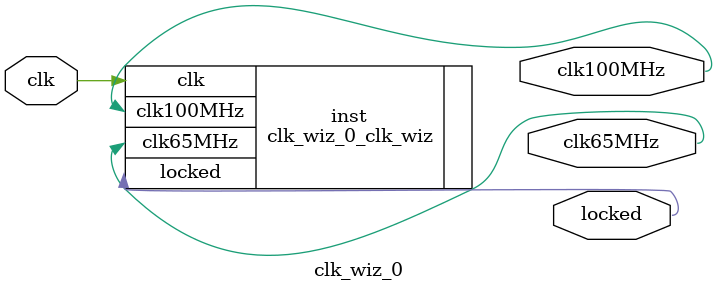
<source format=v>


`timescale 1ps/1ps

(* CORE_GENERATION_INFO = "clk_wiz_0,clk_wiz_v6_0_13_0_0,{component_name=clk_wiz_0,use_phase_alignment=true,use_min_o_jitter=false,use_max_i_jitter=false,use_dyn_phase_shift=false,use_inclk_switchover=false,use_dyn_reconfig=false,enable_axi=0,feedback_source=FDBK_AUTO,PRIMITIVE=MMCM,num_out_clk=2,clkin1_period=10.000,clkin2_period=10.000,use_power_down=false,use_reset=false,use_locked=true,use_inclk_stopped=false,feedback_type=SINGLE,CLOCK_MGR_TYPE=NA,manual_override=false}" *)

module clk_wiz_0 
 (
  // Clock out ports
  output        clk100MHz,
  output        clk65MHz,
  // Status and control signals
  output        locked,
 // Clock in ports
  input         clk
 );

  clk_wiz_0_clk_wiz inst
  (
  // Clock out ports  
  .clk100MHz(clk100MHz),
  .clk65MHz(clk65MHz),
  // Status and control signals               
  .locked(locked),
 // Clock in ports
  .clk(clk)
  );

endmodule

</source>
